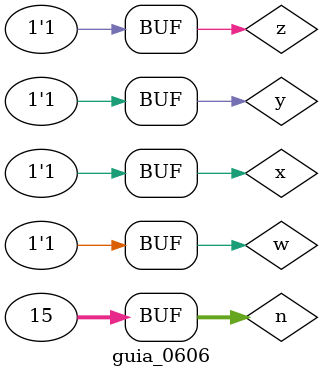
<source format=v>
module f_com(output s, input x, input y, input w, input z);
	assign s = (~(~x | ~y | w) & ~(x & y & ~z)) | ~((y & w & z) | ~(x));
endmodule

module f_sim(output s, input x, input y, input w, input z);
	assign s = (~w & x) | (x & ~y & w) | (x & w & ~z);
endmodule



module guia_0606;
	reg x, y, w, z;
	wire com, sim;
	integer n = 0;
	
	f_com F_COM(com, x, y, w, z);
	f_sim F_SIM(sim, x, y, w, z);
	
	initial begin : start
		x = 1'b0;
		y = 1'b0;
		w = 1'b0;
		z = 1'b0;
	end
	
	initial begin : main
		$display(" n x y w z = c s");
		$monitor("%2d %b %b %b %b = %b %b", n, x, y, w, z, com, sim);
		#1 x = 0; y = 0; w = 0; z = 0; n = 00;
		#1 x = 0; y = 0; w = 0; z = 1; n = 01;
		#1 x = 0; y = 0; w = 1; z = 0; n = 02;
		#1 x = 0; y = 0; w = 1; z = 1; n = 03;
		#1 x = 0; y = 1; w = 0; z = 0; n = 04;
		#1 x = 0; y = 1; w = 0; z = 1; n = 05;
		#1 x = 0; y = 1; w = 1; z = 0; n = 06;
		#1 x = 0; y = 1; w = 1; z = 1; n = 07;
		#1 x = 1; y = 0; w = 0; z = 0; n = 08;
		#1 x = 1; y = 0; w = 0; z = 1; n = 09;
		#1 x = 1; y = 0; w = 1; z = 0; n = 10;
		#1 x = 1; y = 0; w = 1; z = 1; n = 11;
		#1 x = 1; y = 1; w = 0; z = 0; n = 12;
		#1 x = 1; y = 1; w = 0; z = 1; n = 13;
		#1 x = 1; y = 1; w = 1; z = 0; n = 14;
		#1 x = 1; y = 1; w = 1; z = 1; n = 15;
	end
endmodule

</source>
